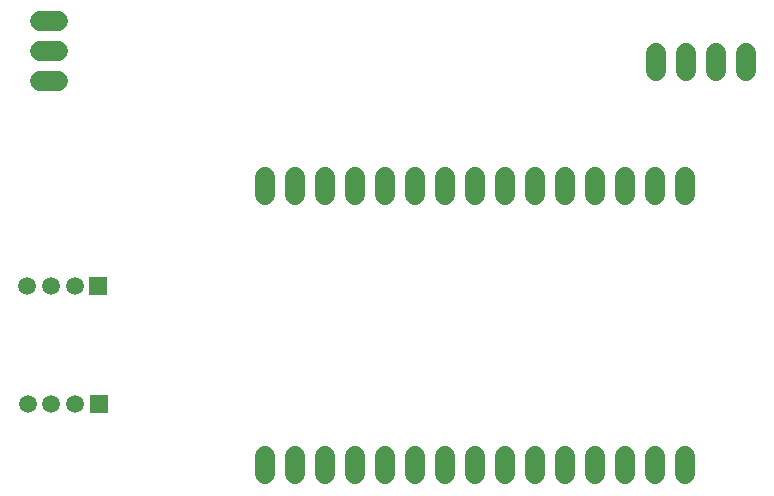
<source format=gbr>
G04 EAGLE Gerber RS-274X export*
G75*
%MOMM*%
%FSLAX34Y34*%
%LPD*%
%INSoldermask Top*%
%IPPOS*%
%AMOC8*
5,1,8,0,0,1.08239X$1,22.5*%
G01*
%ADD10R,1.511200X1.511200*%
%ADD11C,1.511200*%
%ADD12C,1.727200*%


D10*
X770500Y409200D03*
D11*
X750500Y409200D03*
X730500Y409200D03*
X710500Y409200D03*
D10*
X770800Y309200D03*
D11*
X750800Y309200D03*
X730800Y309200D03*
X710800Y309200D03*
D12*
X912000Y486680D02*
X912000Y501920D01*
X937400Y501920D02*
X937400Y486680D01*
X962800Y486680D02*
X962800Y501920D01*
X988200Y501920D02*
X988200Y486680D01*
X1013600Y486680D02*
X1013600Y501920D01*
X1039000Y501920D02*
X1039000Y486680D01*
X1064400Y486680D02*
X1064400Y501920D01*
X1089800Y501920D02*
X1089800Y486680D01*
X1115200Y486680D02*
X1115200Y501920D01*
X1140600Y501920D02*
X1140600Y486680D01*
X1166000Y486680D02*
X1166000Y501920D01*
X1191400Y501920D02*
X1191400Y486680D01*
X1216800Y486680D02*
X1216800Y501920D01*
X1242200Y501920D02*
X1242200Y486680D01*
X1267600Y486680D02*
X1267600Y501920D01*
X912000Y265420D02*
X912000Y250180D01*
X937400Y250180D02*
X937400Y265420D01*
X962800Y265420D02*
X962800Y250180D01*
X988200Y250180D02*
X988200Y265420D01*
X1013600Y265420D02*
X1013600Y250180D01*
X1039000Y250180D02*
X1039000Y265420D01*
X1064400Y265420D02*
X1064400Y250180D01*
X1089800Y250180D02*
X1089800Y265420D01*
X1115200Y265420D02*
X1115200Y250180D01*
X1140600Y250180D02*
X1140600Y265420D01*
X1166000Y265420D02*
X1166000Y250180D01*
X1191400Y250180D02*
X1191400Y265420D01*
X1216800Y265420D02*
X1216800Y250180D01*
X1242200Y250180D02*
X1242200Y265420D01*
X1267600Y265420D02*
X1267600Y250180D01*
X736320Y582500D02*
X721080Y582500D01*
X721080Y607900D02*
X736320Y607900D01*
X736320Y633300D02*
X721080Y633300D01*
X1318600Y606320D02*
X1318600Y591080D01*
X1293200Y591080D02*
X1293200Y606320D01*
X1267800Y606320D02*
X1267800Y591080D01*
X1242400Y591080D02*
X1242400Y606320D01*
M02*

</source>
